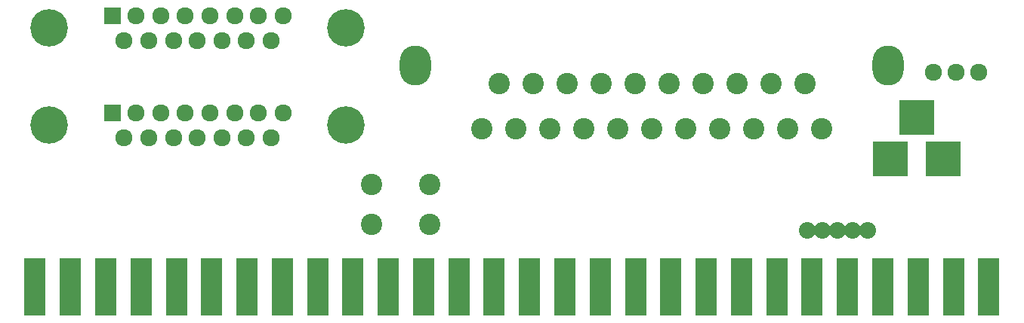
<source format=gbr>
G04 #@! TF.FileFunction,Soldermask,Bot*
%FSLAX46Y46*%
G04 Gerber Fmt 4.6, Leading zero omitted, Abs format (unit mm)*
G04 Created by KiCad (PCBNEW 4.0.6) date Saturday, 22 July 2017 'PMt' 21:55:12*
%MOMM*%
%LPD*%
G01*
G04 APERTURE LIST*
%ADD10C,0.100000*%
%ADD11R,2.400000X6.400000*%
%ADD12C,2.400000*%
%ADD13R,3.900120X3.900120*%
%ADD14C,1.870000*%
%ADD15C,2.398980*%
%ADD16O,3.500000X4.500000*%
%ADD17C,1.924000*%
%ADD18C,4.210000*%
%ADD19R,1.924000X1.924000*%
G04 APERTURE END LIST*
D10*
D11*
X142345000Y-160020000D03*
X146305000Y-160020000D03*
X138385000Y-160020000D03*
X134425000Y-160020000D03*
X130465000Y-160020000D03*
X150265000Y-160020000D03*
X114625000Y-160020000D03*
X126505000Y-160020000D03*
X122545000Y-160020000D03*
X118585000Y-160020000D03*
X110665000Y-160020000D03*
X162145000Y-160020000D03*
X170065000Y-160020000D03*
X166105000Y-160020000D03*
X174025000Y-160020000D03*
X158185000Y-160020000D03*
X154225000Y-160020000D03*
X177985000Y-160020000D03*
X197785000Y-160020000D03*
X185905000Y-160020000D03*
X193825000Y-160020000D03*
X189865000Y-160020000D03*
X181945000Y-160020000D03*
X201745000Y-160020000D03*
X98785000Y-160020000D03*
X106705000Y-160020000D03*
X102745000Y-160020000D03*
X94825000Y-160020000D03*
D12*
X139065000Y-148535000D03*
X139065000Y-153035000D03*
X132565000Y-148535000D03*
X132565000Y-153035000D03*
D13*
X190675260Y-145669000D03*
X196674740Y-145669000D03*
X193675000Y-140970000D03*
D14*
X184785000Y-153670000D03*
X183085000Y-153670000D03*
X186485000Y-153670000D03*
X188185000Y-153670000D03*
X181385000Y-153670000D03*
D15*
X144950180Y-142240000D03*
X146855180Y-137160000D03*
X148760180Y-142240000D03*
X150665180Y-137160000D03*
X152570180Y-142240000D03*
X154475180Y-137160000D03*
X156380180Y-142240000D03*
X158285180Y-137160000D03*
X160190180Y-142240000D03*
X162095180Y-137160000D03*
X164000180Y-142240000D03*
X165905180Y-137160000D03*
X167810180Y-142240000D03*
X169715180Y-137160000D03*
X171620180Y-142240000D03*
X173525180Y-137160000D03*
X175430180Y-142240000D03*
X177335180Y-137160000D03*
X179240180Y-142240000D03*
X181145180Y-137160000D03*
X183050180Y-142240000D03*
D16*
X137500360Y-135161020D03*
X190500000Y-135161020D03*
D17*
X198120000Y-135890000D03*
X195580000Y-135890000D03*
X200660000Y-135890000D03*
D18*
X96393000Y-130937000D03*
X129667000Y-130937000D03*
D19*
X103505000Y-129540000D03*
D17*
X106172000Y-129540000D03*
X108966000Y-129540000D03*
X111633000Y-129540000D03*
X114427000Y-129540000D03*
X117221000Y-129540000D03*
X119888000Y-129540000D03*
X122682000Y-129540000D03*
X104775000Y-132334000D03*
X107569000Y-132334000D03*
X110363000Y-132334000D03*
X113030000Y-132334000D03*
X115824000Y-132334000D03*
X118491000Y-132334000D03*
X121285000Y-132334000D03*
D18*
X96393000Y-141859000D03*
X129667000Y-141859000D03*
D19*
X103505000Y-140462000D03*
D17*
X106172000Y-140462000D03*
X108966000Y-140462000D03*
X111633000Y-140462000D03*
X114427000Y-140462000D03*
X117221000Y-140462000D03*
X119888000Y-140462000D03*
X122682000Y-140462000D03*
X104775000Y-143256000D03*
X107569000Y-143256000D03*
X110363000Y-143256000D03*
X113030000Y-143256000D03*
X115824000Y-143256000D03*
X118491000Y-143256000D03*
X121285000Y-143256000D03*
M02*

</source>
